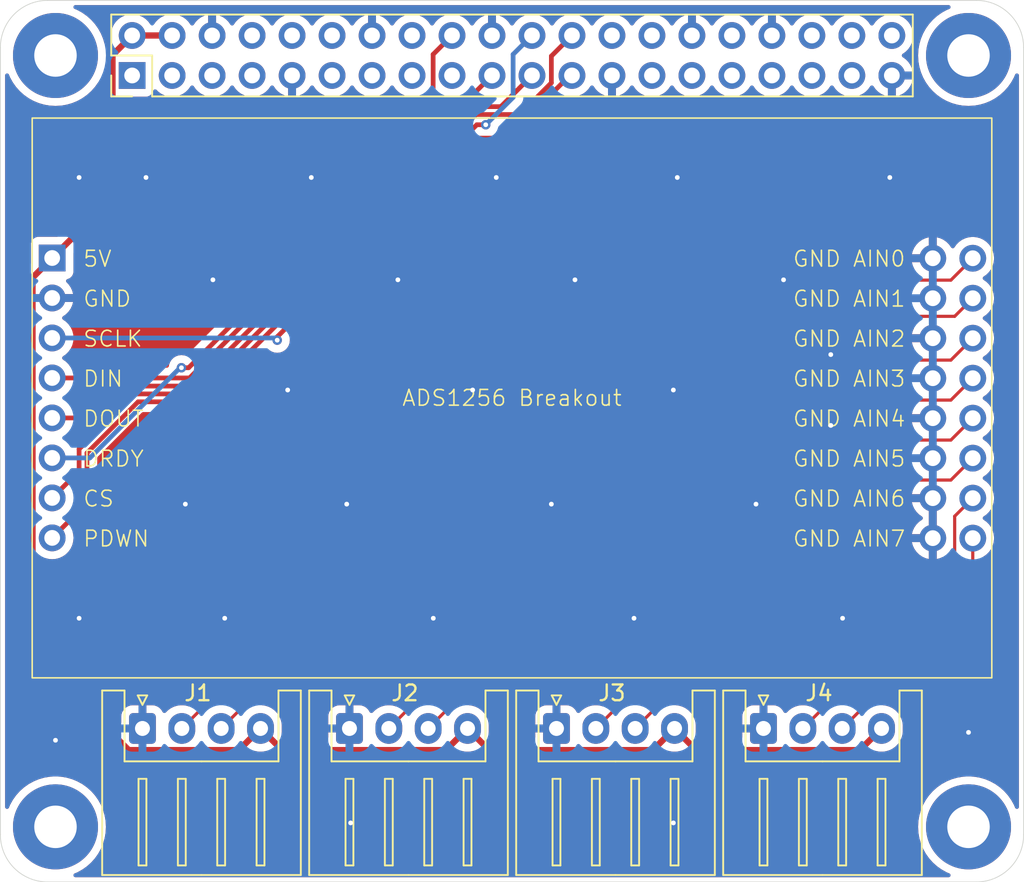
<source format=kicad_pcb>
(kicad_pcb (version 20240108) (generator "pcbnew") (generator_version "8.0")
  (layers (0 "F.Cu" signal) (31 "B.Cu" signal) (34 "B.Paste" user) (35 "F.Paste" user) (36 "B.SilkS" user "B.Silkscreen") (37 "F.SilkS" user "F.Silkscreen") (38 "B.Mask" user) (39 "F.Mask" user) (44 "Edge.Cuts" user))
  (net 0 "")
  (net 1 "/LC1_S+")
  (net 2 "/LC1_S-")
  (net 3 "/MOSI")
  (net 4 "/LC2_S+")
  (net 5 "GND")
  (net 6 "/LC2_S-")
  (net 7 "/LC3_S-")
  (net 8 "+5V")
  (net 9 "/MISO")
  (net 10 "/CS_1")
  (net 12 "/SCLK")
  (net 13 "/DRDY_1")
  (net 14 "/LC3_S+")
  (net 15 "/LC4_S+")
  (net 16 "/LC4_S-")
  (net 25 "/CS_2")
  (net 31 "/PDWN_1")
  (footprint "MountingHole:MountingHole_2.7mm_Pad" (layer "F.Cu") (at 121.5 73.5)
    (property "Reference" "REF**" (hide yes))
    (property "Value" "MountingHole_2.7mm_Pad" (hide yes))
    (pad "1" thru_hole circle (at 0 0) (size 5.4 5.4) (drill 2.7) (layers "*.Cu" "*.Mask"))
  )
  (footprint "Library:HiLetGo_ADS1256" (layer "F.Cu") (at 92.5 95.255)
    (property "Reference" "ADS1256 Breakout" (at 0 0 0) (layer "F.SilkS") (effects (font (thickness 0.1))))
    (property "Value" "~")
    (fp_rect (start -30.48 -17.78) (end 30.48 17.78) (stroke (width 0.1)) (fill none) (layer "F.SilkS"))
    (fp_text user "AIN7" (at 21.59 9.525 0) (layer "F.SilkS") (effects (font (thickness 0.1)) (justify left bottom)))
    (fp_text user "5V" (at -27.305 -8.255 0) (layer "F.SilkS") (effects (font (thickness 0.1)) (justify left bottom)))
    (fp_text user "GND" (at -27.305 -5.715 0) (layer "F.SilkS") (effects (font (thickness 0.1)) (justify left bottom)))
    (fp_text user "AIN2" (at 21.59 -3.175 0) (layer "F.SilkS") (effects (font (thickness 0.1)) (justify left bottom)))
    (fp_text user "GND" (at 17.78 9.525 0) (layer "F.SilkS") (effects (font (thickness 0.1)) (justify left bottom)))
    (fp_text user "DRDY" (at -27.305 4.445 0) (layer "F.SilkS") (effects (font (thickness 0.1)) (justify left bottom)))
    (fp_text user "GND" (at 17.78 -8.255 0) (layer "F.SilkS") (effects (font (thickness 0.1)) (justify left bottom)))
    (fp_text user "GND" (at 17.78 4.445 0) (layer "F.SilkS") (effects (font (thickness 0.1)) (justify left bottom)))
    (fp_text user "GND" (at 17.78 1.905 0) (layer "F.SilkS") (effects (font (thickness 0.1)) (justify left bottom)))
    (fp_text user "AIN3" (at 21.59 -0.635 0) (layer "F.SilkS") (effects (font (thickness 0.1)) (justify left bottom)))
    (fp_text user "AIN4" (at 21.59 1.905 0) (layer "F.SilkS") (effects (font (thickness 0.1)) (justify left bottom)))
    (fp_text user "AIN6" (at 21.59 6.985 0) (layer "F.SilkS") (effects (font (thickness 0.1)) (justify left bottom)))
    (fp_text user "SCLK" (at -27.305 -3.175 0) (layer "F.SilkS") (effects (font (thickness 0.1)) (justify left bottom)))
    (fp_text user "GND" (at 17.78 -5.715 0) (layer "F.SilkS") (effects (font (thickness 0.1)) (justify left bottom)))
    (fp_text user "GND" (at 17.78 -0.635 0) (layer "F.SilkS") (effects (font (thickness 0.1)) (justify left bottom)))
    (fp_text user "AIN5" (at 21.59 4.445 0) (layer "F.SilkS") (effects (font (thickness 0.1)) (justify left bottom)))
    (fp_text user "AIN0" (at 21.59 -8.255 0) (layer "F.SilkS") (effects (font (thickness 0.1)) (justify left bottom)))
    (fp_text user "AIN1" (at 21.59 -5.715 0) (layer "F.SilkS") (effects (font (thickness 0.1)) (justify left bottom)))
    (fp_text user "CS" (at -27.305 6.985 0) (layer "F.SilkS") (effects (font (thickness 0.1)) (justify left bottom)))
    (fp_text user "PDWN" (at -27.305 9.525 0) (layer "F.SilkS") (effects (font (thickness 0.1)) (justify left bottom)))
    (fp_text user "GND" (at 17.78 -3.175 0) (layer "F.SilkS") (effects (font (thickness 0.1)) (justify left bottom)))
    (fp_text user "DIN" (at -27.305 -0.635 0) (layer "F.SilkS") (effects (font (thickness 0.1)) (justify left bottom)))
    (fp_text user "GND" (at 17.78 6.985 0) (layer "F.SilkS") (effects (font (thickness 0.1)) (justify left bottom)))
    (fp_text user "DOUT" (at -27.305 1.905 0) (layer "F.SilkS") (effects (font (thickness 0.1)) (justify left bottom)))
    (pad "1" thru_hole rect (at -29.21 -8.89) (size 1.7 1.7) (drill 1) (layers "*.Cu" "*.Mask") (net 8 "+5V"))
    (pad "2" thru_hole oval (at -29.21 -6.35) (size 1.7 1.7) (drill 1) (layers "*.Cu" "*.Mask") (net 5 "GND"))
    (pad "3" thru_hole oval (at -29.21 -3.81) (size 1.7 1.7) (drill 1) (layers "*.Cu" "*.Mask") (net 12 "/SCLK"))
    (pad "4" thru_hole oval (at -29.21 -1.27) (size 1.7 1.7) (drill 1) (layers "*.Cu" "*.Mask") (net 3 "/MOSI"))
    (pad "5" thru_hole oval (at -29.21 1.27) (size 1.7 1.7) (drill 1) (layers "*.Cu" "*.Mask") (net 9 "/MISO"))
    (pad "6" thru_hole oval (at -29.21 3.81) (size 1.7 1.7) (drill 1) (layers "*.Cu" "*.Mask") (net 13 "/DRDY_1"))
    (pad "7" thru_hole oval (at -29.21 6.35) (size 1.7 1.7) (drill 1) (layers "*.Cu" "*.Mask") (net 10 "/CS_1"))
    (pad "8" thru_hole oval (at -29.21 8.89) (size 1.7 1.7) (drill 1) (layers "*.Cu" "*.Mask") (net 31 "/PDWN_1"))
    (pad "9" thru_hole oval (at 26.73 -8.875) (size 1.7 1.7) (drill 1) (layers "*.Cu" "*.Mask") (net 5 "GND"))
    (pad "10" thru_hole oval (at 29.27 -8.875) (size 1.7 1.7) (drill 1) (layers "*.Cu" "*.Mask") (net 2 "/LC1_S-"))
    (pad "11" thru_hole oval (at 26.73 -6.335) (size 1.7 1.7) (drill 1) (layers "*.Cu" "*.Mask") (net 5 "GND"))
    (pad "12" thru_hole oval (at 29.27 -6.335) (size 1.7 1.7) (drill 1) (layers "*.Cu" "*.Mask") (net 1 "/LC1_S+"))
    (pad "13" thru_hole oval (at 26.73 -3.795) (size 1.7 1.7) (drill 1) (layers "*.Cu" "*.Mask") (net 5 "GND"))
    (pad "14" thru_hole oval (at 29.27 -3.795) (size 1.7 1.7) (drill 1) (layers "*.Cu" "*.Mask") (net 6 "/LC2_S-"))
    (pad "15" thru_hole oval (at 26.73 -1.255) (size 1.7 1.7) (drill 1) (layers "*.Cu" "*.Mask") (net 5 "GND"))
    (pad "16" thru_hole oval (at 29.27 -1.255) (size 1.7 1.7) (drill 1) (layers "*.Cu" "*.Mask") (net 4 "/LC2_S+"))
    (pad "17" thru_hole oval (at 26.73 1.285) (size 1.7 1.7) (drill 1) (layers "*.Cu" "*.Mask") (net 5 "GND"))
    (pad "18" thru_hole oval (at 29.27 1.285) (size 1.7 1.7) (drill 1) (layers "*.Cu" "*.Mask") (net 7 "/LC3_S-"))
    (pad "19" thru_hole oval (at 26.73 3.825) (size 1.7 1.7) (drill 1) (layers "*.Cu" "*.Mask") (net 5 "GND"))
    (pad "20" thru_hole oval (at 29.27 3.825) (size 1.7 1.7) (drill 1) (layers "*.Cu" "*.Mask") (net 14 "/LC3_S+"))
    (pad "21" thru_hole oval (at 26.73 6.365) (size 1.7 1.7) (drill 1) (layers "*.Cu" "*.Mask") (net 5 "GND"))
    (pad "22" thru_hole oval (at 29.27 6.365) (size 1.7 1.7) (drill 1) (layers "*.Cu" "*.Mask") (net 16 "/LC4_S-"))
    (pad "23" thru_hole oval (at 26.73 8.905) (size 1.7 1.7) (drill 1) (layers "*.Cu" "*.Mask") (net 5 "GND"))
    (pad "24" thru_hole oval (at 29.27 8.905) (size 1.7 1.7) (drill 1) (layers "*.Cu" "*.Mask") (net 15 "/LC4_S+"))
  )
  (footprint "Library:JST_XH_S4B-XH-A_1x04_P2.50mm_Horizontal" (layer "F.Cu") (at 69.025 116.25)
    (property "Reference" "J1" (at 3.525 -2.25 0) (layer "F.SilkS"))
    (property "Value" "Conn_01x05_Pin" (hide yes))
    (fp_line (start -2.56 -2.41) (end -1.14 -2.41) (stroke (width 0.12)) (layer "F.SilkS"))
    (fp_line (start -2.56 9.31) (end -2.56 -2.41) (stroke (width 0.12)) (layer "F.SilkS"))
    (fp_line (start -1.14 -2.41) (end -1.14 2.09) (stroke (width 0.12)) (layer "F.SilkS"))
    (fp_line (start -1.14 2.09) (end 3.75 2.09) (stroke (width 0.12)) (layer "F.SilkS"))
    (fp_line (start -0.3 -2.1) (end 0.3 -2.1) (stroke (width 0.12)) (layer "F.SilkS"))
    (fp_line (start -0.25 3.2) (end -0.25 8.7) (stroke (width 0.12)) (layer "F.SilkS"))
    (fp_line (start -0.25 8.7) (end 0.25 8.7) (stroke (width 0.12)) (layer "F.SilkS"))
    (fp_line (start 0 -1.5) (end -0.3 -2.1) (stroke (width 0.12)) (layer "F.SilkS"))
    (fp_line (start 0.25 3.2) (end -0.25 3.2) (stroke (width 0.12)) (layer "F.SilkS"))
    (fp_line (start 0.25 8.7) (end 0.25 3.2) (stroke (width 0.12)) (layer "F.SilkS"))
    (fp_line (start 0.3 -2.1) (end 0 -1.5) (stroke (width 0.12)) (layer "F.SilkS"))
    (fp_line (start 2.25 3.2) (end 2.25 8.7) (stroke (width 0.12)) (layer "F.SilkS"))
    (fp_line (start 2.25 8.7) (end 2.75 8.7) (stroke (width 0.12)) (layer "F.SilkS"))
    (fp_line (start 2.75 3.2) (end 2.25 3.2) (stroke (width 0.12)) (layer "F.SilkS"))
    (fp_line (start 2.75 8.7) (end 2.75 3.2) (stroke (width 0.12)) (layer "F.SilkS"))
    (fp_line (start 3.75 9.31) (end -2.56 9.31) (stroke (width 0.12)) (layer "F.SilkS"))
    (fp_line (start 3.75 9.31) (end 10.06 9.31) (stroke (width 0.12)) (layer "F.SilkS"))
    (fp_line (start 4.75 3.2) (end 4.75 8.7) (stroke (width 0.12)) (layer "F.SilkS"))
    (fp_line (start 4.75 8.7) (end 5.25 8.7) (stroke (width 0.12)) (layer "F.SilkS"))
    (fp_line (start 5.25 3.2) (end 4.75 3.2) (stroke (width 0.12)) (layer "F.SilkS"))
    (fp_line (start 5.25 8.7) (end 5.25 3.2) (stroke (width 0.12)) (layer "F.SilkS"))
    (fp_line (start 7.25 3.2) (end 7.25 8.7) (stroke (width 0.12)) (layer "F.SilkS"))
    (fp_line (start 7.25 8.7) (end 7.75 8.7) (stroke (width 0.12)) (layer "F.SilkS"))
    (fp_line (start 7.75 3.2) (end 7.25 3.2) (stroke (width 0.12)) (layer "F.SilkS"))
    (fp_line (start 7.75 8.7) (end 7.75 3.2) (stroke (width 0.12)) (layer "F.SilkS"))
    (fp_line (start 8.64 -2.41) (end 8.64 2.09) (stroke (width 0.12)) (layer "F.SilkS"))
    (fp_line (start 8.64 2.09) (end 3.75 2.09) (stroke (width 0.12)) (layer "F.SilkS"))
    (fp_line (start 10.06 -2.41) (end 8.64 -2.41) (stroke (width 0.12)) (layer "F.SilkS"))
    (fp_line (start 10.06 9.31) (end 10.06 -2.41) (stroke (width 0.12)) (layer "F.SilkS"))
    (pad "1" thru_hole roundrect (at 0 0) (size 1.7 1.95) (drill 0.95) (layers "*.Cu" "*.Mask") (roundrect_rratio 0.147059) (net 5 "GND"))
    (pad "2" thru_hole oval (at 2.5 0) (size 1.7 1.95) (drill 0.95) (layers "*.Cu" "*.Mask") (net 2 "/LC1_S-"))
    (pad "3" thru_hole oval (at 5 0) (size 1.7 1.95) (drill 0.95) (layers "*.Cu" "*.Mask") (net 1 "/LC1_S+"))
    (pad "4" thru_hole oval (at 7.5 0) (size 1.7 1.95) (drill 0.95) (layers "*.Cu" "*.Mask") (net 8 "+5V"))
  )
  (footprint "MountingHole:MountingHole_2.7mm_Pad" (layer "F.Cu") (at 63.5 73.5)
    (property "Reference" "REF**" (hide yes))
    (property "Value" "MountingHole_2.7mm_Pad" (hide yes))
    (pad "1" thru_hole circle (at 0 0) (size 5.4 5.4) (drill 2.7) (layers "*.Cu" "*.Mask"))
  )
  (footprint "Library:JST_XH_S4B-XH-A_1x04_P2.50mm_Horizontal" (layer "F.Cu") (at 108.475 116.25)
    (property "Reference" "J4" (at 3.525 -2.25 0) (layer "F.SilkS"))
    (property "Value" "Conn_01x05_Pin" (hide yes))
    (fp_line (start -2.56 -2.41) (end -1.14 -2.41) (stroke (width 0.12)) (layer "F.SilkS"))
    (fp_line (start -2.56 9.31) (end -2.56 -2.41) (stroke (width 0.12)) (layer "F.SilkS"))
    (fp_line (start -1.14 -2.41) (end -1.14 2.09) (stroke (width 0.12)) (layer "F.SilkS"))
    (fp_line (start -1.14 2.09) (end 3.75 2.09) (stroke (width 0.12)) (layer "F.SilkS"))
    (fp_line (start -0.3 -2.1) (end 0.3 -2.1) (stroke (width 0.12)) (layer "F.SilkS"))
    (fp_line (start -0.25 3.2) (end -0.25 8.7) (stroke (width 0.12)) (layer "F.SilkS"))
    (fp_line (start -0.25 8.7) (end 0.25 8.7) (stroke (width 0.12)) (layer "F.SilkS"))
    (fp_line (start 0 -1.5) (end -0.3 -2.1) (stroke (width 0.12)) (layer "F.SilkS"))
    (fp_line (start 0.25 3.2) (end -0.25 3.2) (stroke (width 0.12)) (layer "F.SilkS"))
    (fp_line (start 0.25 8.7) (end 0.25 3.2) (stroke (width 0.12)) (layer "F.SilkS"))
    (fp_line (start 0.3 -2.1) (end 0 -1.5) (stroke (width 0.12)) (layer "F.SilkS"))
    (fp_line (start 2.25 3.2) (end 2.25 8.7) (stroke (width 0.12)) (layer "F.SilkS"))
    (fp_line (start 2.25 8.7) (end 2.75 8.7) (stroke (width 0.12)) (layer "F.SilkS"))
    (fp_line (start 2.75 3.2) (end 2.25 3.2) (stroke (width 0.12)) (layer "F.SilkS"))
    (fp_line (start 2.75 8.7) (end 2.75 3.2) (stroke (width 0.12)) (layer "F.SilkS"))
    (fp_line (start 3.75 9.31) (end -2.56 9.31) (stroke (width 0.12)) (layer "F.SilkS"))
    (fp_line (start 3.75 9.31) (end 10.06 9.31) (stroke (width 0.12)) (layer "F.SilkS"))
    (fp_line (start 4.75 3.2) (end 4.75 8.7) (stroke (width 0.12)) (layer "F.SilkS"))
    (fp_line (start 4.75 8.7) (end 5.25 8.7) (stroke (width 0.12)) (layer "F.SilkS"))
    (fp_line (start 5.25 3.2) (end 4.75 3.2) (stroke (width 0.12)) (layer "F.SilkS"))
    (fp_line (start 5.25 8.7) (end 5.25 3.2) (stroke (width 0.12)) (layer "F.SilkS"))
    (fp_line (start 7.25 3.2) (end 7.25 8.7) (stroke (width 0.12)) (layer "F.SilkS"))
    (fp_line (start 7.25 8.7) (end 7.75 8.7) (stroke (width 0.12)) (layer "F.SilkS"))
    (fp_line (start 7.75 3.2) (end 7.25 3.2) (stroke (width 0.12)) (layer "F.SilkS"))
    (fp_line (start 7.75 8.7) (end 7.75 3.2) (stroke (width 0.12)) (layer "F.SilkS"))
    (fp_line (start 8.64 -2.41) (end 8.64 2.09) (stroke (width 0.12)) (layer "F.SilkS"))
    (fp_line (start 8.64 2.09) (end 3.75 2.09) (stroke (width 0.12)) (layer "F.SilkS"))
    (fp_line (start 10.06 -2.41) (end 8.64 -2.41) (stroke (width 0.12)) (layer "F.SilkS"))
    (fp_line (start 10.06 9.31) (end 10.06 -2.41) (stroke (width 0.12)) (layer "F.SilkS"))
    (pad "1" thru_hole roundrect (at 0 0) (size 1.7 1.95) (drill 0.95) (layers "*.Cu" "*.Mask") (roundrect_rratio 0.147059) (net 5 "GND"))
    (pad "2" thru_hole oval (at 2.5 0) (size 1.7 1.95) (drill 0.95) (layers "*.Cu" "*.Mask") (net 16 "/LC4_S-"))
    (pad "3" thru_hole oval (at 5 0) (size 1.7 1.95) (drill 0.95) (layers "*.Cu" "*.Mask") (net 15 "/LC4_S+"))
    (pad "4" thru_hole oval (at 7.5 0) (size 1.7 1.95) (drill 0.95) (layers "*.Cu" "*.Mask") (net 8 "+5V"))
  )
  (footprint "MountingHole:MountingHole_2.7mm_Pad" (layer "F.Cu") (at 63.5 122.5)
    (property "Reference" "REF**" (hide yes))
    (property "Value" "MountingHole_2.7mm_Pad" (hide yes))
    (pad "1" thru_hole circle (at 0 0) (size 5.4 5.4) (drill 2.7) (layers "*.Cu" "*.Mask"))
  )
  (footprint "MountingHole:MountingHole_2.7mm_Pad" (layer "F.Cu") (at 121.5 122.5)
    (property "Reference" "REF**" (hide yes))
    (property "Value" "MountingHole_2.7mm_Pad" (hide yes))
    (pad "1" thru_hole circle (at 0 0) (size 5.4 5.4) (drill 2.7) (layers "*.Cu" "*.Mask"))
  )
  (footprint "Connector_PinSocket_2.54mm:PinSocket_2x20_P2.54mm_Vertical" (layer "F.Cu") (at 68.37 74.77 90)
    (property "Reference" "U2" (hide yes))
    (property "Value" "Raspberry_Pi_2_3" (hide yes))
    (fp_line (start 3.87 -1.33) (end 1.27 -1.33) (stroke (width 0.12)) (layer "F.SilkS"))
    (fp_line (start 3.87 -1.33) (end 3.87 49.59) (stroke (width 0.12)) (layer "F.SilkS"))
    (fp_line (start 1.27 -1.33) (end 1.27 1.27) (stroke (width 0.12)) (layer "F.SilkS"))
    (fp_line (start 0 -1.33) (end -1.33 -1.33) (stroke (width 0.12)) (layer "F.SilkS"))
    (fp_line (start -1.33 -1.33) (end -1.33 0) (stroke (width 0.12)) (layer "F.SilkS"))
    (fp_line (start 1.27 1.27) (end -1.33 1.27) (stroke (width 0.12)) (layer "F.SilkS"))
    (fp_line (start -1.33 1.27) (end -1.33 49.59) (stroke (width 0.12)) (layer "F.SilkS"))
    (fp_line (start 3.87 49.59) (end -1.33 49.59) (stroke (width 0.12)) (layer "F.SilkS"))
    (pad "1" thru_hole rect (at 0 0 90) (size 1.7 1.7) (drill 1) (layers "*.Cu" "*.Mask"))
    (pad "2" thru_hole oval (at 2.54 0 90) (size 1.7 1.7) (drill 1) (layers "*.Cu" "*.Mask") (net 8 "+5V"))
    (pad "3" thru_hole oval (at 0 2.54 90) (size 1.7 1.7) (drill 1) (layers "*.Cu" "*.Mask"))
    (pad "4" thru_hole oval (at 2.54 2.54 90) (size 1.7 1.7) (drill 1) (layers "*.Cu" "*.Mask") (net 8 "+5V"))
    (pad "5" thru_hole oval (at 0 5.08 90) (size 1.7 1.7) (drill 1) (layers "*.Cu" "*.Mask"))
    (pad "6" thru_hole oval (at 2.54 5.08 90) (size 1.7 1.7) (drill 1) (layers "*.Cu" "*.Mask") (net 5 "GND"))
    (pad "7" thru_hole oval (at 0 7.62 90) (size 1.7 1.7) (drill 1) (layers "*.Cu" "*.Mask"))
    (pad "8" thru_hole oval (at 2.54 7.62 90) (size 1.7 1.7) (drill 1) (layers "*.Cu" "*.Mask"))
    (pad "9" thru_hole oval (at 0 10.16 90) (size 1.7 1.7) (drill 1) (layers "*.Cu" "*.Mask") (net 5 "GND"))
    (pad "10" thru_hole oval (at 2.54 10.16 90) (size 1.7 1.7) (drill 1) (layers "*.Cu" "*.Mask"))
    (pad "11" thru_hole oval (at 0 12.7 90) (size 1.7 1.7) (drill 1) (layers "*.Cu" "*.Mask"))
    (pad "12" thru_hole oval (at 2.54 12.7 90) (size 1.7 1.7) (drill 1) (layers "*.Cu" "*.Mask"))
    (pad "13" thru_hole oval (at 0 15.24 90) (size 1.7 1.7) (drill 1) (layers "*.Cu" "*.Mask"))
    (pad "14" thru_hole oval (at 2.54 15.24 90) (size 1.7 1.7) (drill 1) (layers "*.Cu" "*.Mask") (net 5 "GND"))
    (pad "15" thru_hole oval (at 0 17.78 90) (size 1.7 1.7) (drill 1) (layers "*.Cu" "*.Mask"))
    (pad "16" thru_hole oval (at 2.54 17.78 90) (size 1.7 1.7) (drill 1) (layers "*.Cu" "*.Mask"))
    (pad "17" thru_hole oval (at 0 20.32 90) (size 1.7 1.7) (drill 1) (layers "*.Cu" "*.Mask"))
    (pad "18" thru_hole oval (at 2.54 20.32 90) (size 1.7 1.7) (drill 1) (layers "*.Cu" "*.Mask") (net 13 "/DRDY_1"))
    (pad "19" thru_hole oval (at 0 22.86 90) (size 1.7 1.7) (drill 1) (layers "*.Cu" "*.Mask") (net 3 "/MOSI"))
    (pad "20" thru_hole oval (at 2.54 22.86 90) (size 1.7 1.7) (drill 1) (layers "*.Cu" "*.Mask") (net 5 "GND"))
    (pad "21" thru_hole oval (at 0 25.4 90) (size 1.7 1.7) (drill 1) (layers "*.Cu" "*.Mask") (net 9 "/MISO"))
    (pad "22" thru_hole oval (at 2.54 25.4 90) (size 1.7 1.7) (drill 1) (layers "*.Cu" "*.Mask") (net 31 "/PDWN_1"))
    (pad "23" thru_hole oval (at 0 27.94 90) (size 1.7 1.7) (drill 1) (layers "*.Cu" "*.Mask") (net 12 "/SCLK"))
    (pad "24" thru_hole oval (at 2.54 27.94 90) (size 1.7 1.7) (drill 1) (layers "*.Cu" "*.Mask") (net 10 "/CS_1"))
    (pad "25" thru_hole oval (at 0 30.48 90) (size 1.7 1.7) (drill 1) (layers "*.Cu" "*.Mask") (net 5 "GND"))
    (pad "26" thru_hole oval (at 2.54 30.48 90) (size 1.7 1.7) (drill 1) (layers "*.Cu" "*.Mask") (net 25 "/CS_2"))
    (pad "27" thru_hole oval (at 0 33.02 90) (size 1.7 1.7) (drill 1) (layers "*.Cu" "*.Mask"))
    (pad "28" thru_hole oval (at 2.54 33.02 90) (size 1.7 1.7) (drill 1) (layers "*.Cu" "*.Mask"))
    (pad "29" thru_hole oval (at 0 35.56 90) (size 1.7 1.7) (drill 1) (layers "*.Cu" "*.Mask"))
    (pad "30" thru_hole oval (at 2.54 35.56 90) (size 1.7 1.7) (drill 1) (layers "*.Cu" "*.Mask") (net 5 "GND"))
    (pad "31" thru_hole oval (at 0 38.1 90) (size 1.7 1.7) (drill 1) (layers "*.Cu" "*.Mask"))
    (pad "32" thru_hole oval (at 2.54 38.1 90) (size 1.7 1.7) (drill 1) (layers "*.Cu" "*.Mask"))
    (pad "33" thru_hole oval (at 0 40.64 90) (size 1.7 1.7) (drill 1) (layers "*.Cu" "*.Mask"))
    (pad "34" thru_hole oval (at 2.54 40.64 90) (size 1.7 1.7) (drill 1) (layers "*.Cu" "*.Mask") (net 5 "GND"))
    (pad "35" thru_hole oval (at 0 43.18 90) (size 1.7 1.7) (drill 1) (layers "*.Cu" "*.Mask"))
    (pad "36" thru_hole oval (at 2.54 43.18 90) (size 1.7 1.7) (drill 1) (layers "*.Cu" "*.Mask"))
    (pad "37" thru_hole oval (at 0 45.72 90) (size 1.7 1.7) (drill 1) (layers "*.Cu" "*.Mask"))
    (pad "38" thru_hole oval (at 2.54 45.72 90) (size 1.7 1.7) (drill 1) (layers "*.Cu" "*.Mask"))
    (pad "39" thru_hole oval (at 0 48.26 90) (size 1.7 1.7) (drill 1) (layers "*.Cu" "*.Mask") (net 5 "GND"))
    (pad "40" thru_hole oval (at 2.54 48.26 90) (size 1.7 1.7) (drill 1) (layers "*.Cu" "*.Mask"))
  )
  (footprint "Library:JST_XH_S4B-XH-A_1x04_P2.50mm_Horizontal" (layer "F.Cu") (at 82.175 116.25)
    (property "Reference" "J2" (at 3.525 -2.25 0) (layer "F.SilkS"))
    (property "Value" "Conn_01x05_Pin" (hide yes))
    (fp_line (start -2.56 -2.41) (end -1.14 -2.41) (stroke (width 0.12)) (layer "F.SilkS"))
    (fp_line (start -2.56 9.31) (end -2.56 -2.41) (stroke (width 0.12)) (layer "F.SilkS"))
    (fp_line (start -1.14 -2.41) (end -1.14 2.09) (stroke (width 0.12)) (layer "F.SilkS"))
    (fp_line (start -1.14 2.09) (end 3.75 2.09) (stroke (width 0.12)) (layer "F.SilkS"))
    (fp_line (start -0.3 -2.1) (end 0.3 -2.1) (stroke (width 0.12)) (layer "F.SilkS"))
    (fp_line (start -0.25 3.2) (end -0.25 8.7) (stroke (width 0.12)) (layer "F.SilkS"))
    (fp_line (start -0.25 8.7) (end 0.25 8.7) (stroke (width 0.12)) (layer "F.SilkS"))
    (fp_line (start 0 -1.5) (end -0.3 -2.1) (stroke (width 0.12)) (layer "F.SilkS"))
    (fp_line (start 0.25 3.2) (end -0.25 3.2) (stroke (width 0.12)) (layer "F.SilkS"))
    (fp_line (start 0.25 8.7) (end 0.25 3.2) (stroke (width 0.12)) (layer "F.SilkS"))
    (fp_line (start 0.3 -2.1) (end 0 -1.5) (stroke (width 0.12)) (layer "F.SilkS"))
    (fp_line (start 2.25 3.2) (end 2.25 8.7) (stroke (width 0.12)) (layer "F.SilkS"))
    (fp_line (start 2.25 8.7) (end 2.75 8.7) (stroke (width 0.12)) (layer "F.SilkS"))
    (fp_line (start 2.75 3.2) (end 2.25 3.2) (stroke (width 0.12)) (layer "F.SilkS"))
    (fp_line (start 2.75 8.7) (end 2.75 3.2) (stroke (width 0.12)) (layer "F.SilkS"))
    (fp_line (start 3.75 9.31) (end -2.56 9.31) (stroke (width 0.12)) (layer "F.SilkS"))
    (fp_line (start 3.75 9.31) (end 10.06 9.31) (stroke (width 0.12)) (layer "F.SilkS"))
    (fp_line (start 4.75 3.2) (end 4.75 8.7) (stroke (width 0.12)) (layer "F.SilkS"))
    (fp_line (start 4.75 8.7) (end 5.25 8.7) (stroke (width 0.12)) (layer "F.SilkS"))
    (fp_line (start 5.25 3.2) (end 4.75 3.2) (stroke (width 0.12)) (layer "F.SilkS"))
    (fp_line (start 5.25 8.7) (end 5.25 3.2) (stroke (width 0.12)) (layer "F.SilkS"))
    (fp_line (start 7.25 3.2) (end 7.25 8.7) (stroke (width 0.12)) (layer "F.SilkS"))
    (fp_line (start 7.25 8.7) (end 7.75 8.7) (stroke (width 0.12)) (layer "F.SilkS"))
    (fp_line (start 7.75 3.2) (end 7.25 3.2) (stroke (width 0.12)) (layer "F.SilkS"))
    (fp_line (start 7.75 8.7) (end 7.75 3.2) (stroke (width 0.12)) (layer "F.SilkS"))
    (fp_line (start 8.64 -2.41) (end 8.64 2.09) (stroke (width 0.12)) (layer "F.SilkS"))
    (fp_line (start 8.64 2.09) (end 3.75 2.09) (stroke (width 0.12)) (layer "F.SilkS"))
    (fp_line (start 10.06 -2.41) (end 8.64 -2.41) (stroke (width 0.12)) (layer "F.SilkS"))
    (fp_line (start 10.06 9.31) (end 10.06 -2.41) (stroke (width 0.12)) (layer "F.SilkS"))
    (pad "1" thru_hole roundrect (at 0 0) (size 1.7 1.95) (drill 0.95) (layers "*.Cu" "*.Mask") (roundrect_rratio 0.147059) (net 5 "GND"))
    (pad "2" thru_hole oval (at 2.5 0) (size 1.7 1.95) (drill 0.95) (layers "*.Cu" "*.Mask") (net 6 "/LC2_S-"))
    (pad "3" thru_hole oval (at 5 0) (size 1.7 1.95) (drill 0.95) (layers "*.Cu" "*.Mask") (net 4 "/LC2_S+"))
    (pad "4" thru_hole oval (at 7.5 0) (size 1.7 1.95) (drill 0.95) (layers "*.Cu" "*.Mask") (net 8 "+5V"))
  )
  (footprint "Library:JST_XH_S4B-XH-A_1x04_P2.50mm_Horizontal" (layer "F.Cu") (at 95.325 116.25)
    (property "Reference" "J3" (at 3.525 -2.25 0) (layer "F.SilkS"))
    (property "Value" "Conn_01x05_Pin" (hide yes))
    (fp_line (start -2.56 -2.41) (end -1.14 -2.41) (stroke (width 0.12)) (layer "F.SilkS"))
    (fp_line (start -2.56 9.31) (end -2.56 -2.41) (stroke (width 0.12)) (layer "F.SilkS"))
    (fp_line (start -1.14 -2.41) (end -1.14 2.09) (stroke (width 0.12)) (layer "F.SilkS"))
    (fp_line (start -1.14 2.09) (end 3.75 2.09) (stroke (width 0.12)) (layer "F.SilkS"))
    (fp_line (start -0.3 -2.1) (end 0.3 -2.1) (stroke (width 0.12)) (layer "F.SilkS"))
    (fp_line (start -0.25 3.2) (end -0.25 8.7) (stroke (width 0.12)) (layer "F.SilkS"))
    (fp_line (start -0.25 8.7) (end 0.25 8.7) (stroke (width 0.12)) (layer "F.SilkS"))
    (fp_line (start 0 -1.5) (end -0.3 -2.1) (stroke (width 0.12)) (layer "F.SilkS"))
    (fp_line (start 0.25 3.2) (end -0.25 3.2) (stroke (width 0.12)) (layer "F.SilkS"))
    (fp_line (start 0.25 8.7) (end 0.25 3.2) (stroke (width 0.12)) (layer "F.SilkS"))
    (fp_line (start 0.3 -2.1) (end 0 -1.5) (stroke (width 0.12)) (layer "F.SilkS"))
    (fp_line (start 2.25 3.2) (end 2.25 8.7) (stroke (width 0.12)) (layer "F.SilkS"))
    (fp_line (start 2.25 8.7) (end 2.75 8.7) (stroke (width 0.12)) (layer "F.SilkS"))
    (fp_line (start 2.75 3.2) (end 2.25 3.2) (stroke (width 0.12)) (layer "F.SilkS"))
    (fp_line (start 2.75 8.7) (end 2.75 3.2) (stroke (width 0.12)) (layer "F.SilkS"))
    (fp_line (start 3.75 9.31) (end -2.56 9.31) (stroke (width 0.12)) (layer "F.SilkS"))
    (fp_line (start 3.75 9.31) (end 10.06 9.31) (stroke (width 0.12)) (layer "F.SilkS"))
    (fp_line (start 4.75 3.2) (end 4.75 8.7) (stroke (width 0.12)) (layer "F.SilkS"))
    (fp_line (start 4.75 8.7) (end 5.25 8.7) (stroke (width 0.12)) (layer "F.SilkS"))
    (fp_line (start 5.25 3.2) (end 4.75 3.2) (stroke (width 0.12)) (layer "F.SilkS"))
    (fp_line (start 5.25 8.7) (end 5.25 3.2) (stroke (width 0.12)) (layer "F.SilkS"))
    (fp_line (start 7.25 3.2) (end 7.25 8.7) (stroke (width 0.12)) (layer "F.SilkS"))
    (fp_line (start 7.25 8.7) (end 7.75 8.7) (stroke (width 0.12)) (layer "F.SilkS"))
    (fp_line (start 7.75 3.2) (end 7.25 3.2) (stroke (width 0.12)) (layer "F.SilkS"))
    (fp_line (start 7.75 8.7) (end 7.75 3.2) (stroke (width 0.12)) (layer "F.SilkS"))
    (fp_line (start 8.64 -2.41) (end 8.64 2.09) (stroke (width 0.12)) (layer "F.SilkS"))
    (fp_line (start 8.64 2.09) (end 3.75 2.09) (stroke (width 0.12)) (layer "F.SilkS"))
    (fp_line (start 10.06 -2.41) (end 8.64 -2.41) (stroke (width 0.12)) (layer "F.SilkS"))
    (fp_line (start 10.06 9.31) (end 10.06 -2.41) (stroke (width 0.12)) (layer "F.SilkS"))
    (pad "1" thru_hole roundrect (at 0 0) (size 1.7 1.95) (drill 0.95) (layers "*.Cu" "*.Mask") (roundrect_rratio 0.147059) (net 5 "GND"))
    (pad "2" thru_hole oval (at 2.5 0) (size 1.7 1.95) (drill 0.95) (layers "*.Cu" "*.Mask") (net 7 "/LC3_S-"))
    (pad "3" thru_hole oval (at 5 0) (size 1.7 1.95) (drill 0.95) (layers "*.Cu" "*.Mask") (net 14 "/LC3_S+"))
    (pad "4" thru_hole oval (at 7.5 0) (size 1.7 1.95) (drill 0.95) (layers "*.Cu" "*.Mask") (net 8 "+5V"))
  )
  (gr_arc (start 60 73) (mid 60.87868 70.87868) (end 63 70) (stroke (width 0.05)) (layer "Edge.Cuts"))
  (gr_line (start 60 123) (end 60 73) (stroke (width 0.05)) (layer "Edge.Cuts"))
  (gr_line (start 122 126) (end 63 126) (stroke (width 0.05)) (layer "Edge.Cuts"))
  (gr_arc (start 122 70) (mid 124.12132 70.87868) (end 125 73) (stroke (width 0.05)) (layer "Edge.Cuts"))
  (gr_arc (start 63 126) (mid 60.87868 125.12132) (end 60 123) (stroke (width 0.05)) (layer "Edge.Cuts"))
  (gr_arc (start 125 123) (mid 124.12132 125.12132) (end 122 126) (stroke (width 0.05)) (layer "Edge.Cuts"))
  (gr_line (start 63 70) (end 122 70) (stroke (width 0.05)) (layer "Edge.Cuts"))
  (gr_line (start 125 73) (end 125 123) (stroke (width 0.05)) (layer "Edge.Cuts"))
  (segment (start 120.62 90.07) (end 100.205 90.07) (width 0.2) (layer "F.Cu") (net 1))
  (segment (start 121.77 88.92) (end 120.62 90.07) (width 0.2) (layer "F.Cu") (net 1))
  (segment (start 100.205 90.07) (end 74.025 116.25) (width 0.2) (layer "F.Cu") (net 1))
  (segment (start 100.039314 89.67) (end 99.854657 89.854657) (width 0.2) (layer "F.Cu") (net 2))
  (segment (start 121.77 86.38) (end 120.38 87.77) (width 0.2) (layer "F.Cu") (net 2))
  (segment (start 99.854657 89.854657) (end 75.104658 114.604657) (width 0.2) (layer "F.Cu") (net 2))
  (segment (start 116.33 89.67) (end 100.039314 89.67) (width 0.2) (layer "F.Cu") (net 2))
  (segment (start 73.170343 114.604657) (end 71.525 116.25) (width 0.2) (layer "F.Cu") (net 2))
  (segment (start 75.104658 114.604657) (end 73.170343 114.604657) (width 0.2) (layer "F.Cu") (net 2))
  (segment (start 118.23 87.77) (end 116.33 89.67) (width 0.2) (layer "F.Cu") (net 2))
  (segment (start 120.38 87.77) (end 118.23 87.77) (width 0.2) (layer "F.Cu") (net 2))
  (segment (start 63.29 93.985) (end 63.305 94) (width 0.3) (layer "F.Cu") (net 3))
  (segment (start 72.015 93.985) (end 91.23 74.77) (width 0.3) (layer "F.Cu") (net 3))
  (segment (start 63.29 93.985) (end 72.015 93.985) (width 0.3) (layer "F.Cu") (net 3))
  (segment (start 108.035 95.39) (end 87.175 116.25) (width 0.2) (layer "F.Cu") (net 4))
  (segment (start 121.77 94) (end 120.38 95.39) (width 0.2) (layer "F.Cu") (net 4))
  (segment (start 120.38 95.39) (end 108.035 95.39) (width 0.2) (layer "F.Cu") (net 4))
  (via (at 82 102) (size 0.6) (drill 0.3) (layers "F.Cu" "B.Cu") (net 5))
  (via (at 74.25 109.25) (size 0.6) (drill 0.3) (layers "F.Cu" "B.Cu") (net 5))
  (via (at 87.5 109.25) (size 0.6) (drill 0.3) (layers "F.Cu" "B.Cu") (net 5))
  (via (at 112.75 97) (size 0.6) (drill 0.3) (layers "F.Cu" "B.Cu") (net 5))
  (via (at 85.25 87.75) (size 0.6) (drill 0.3) (layers "F.Cu" "B.Cu") (net 5))
  (via (at 65 109.25) (size 0.6) (drill 0.3) (layers "F.Cu" "B.Cu") (net 5))
  (via (at 91.5 81.25) (size 0.6) (drill 0.3) (layers "F.Cu" "B.Cu") (net 5))
  (via (at 96.5 87.75) (size 0.6) (drill 0.3) (layers "F.Cu" "B.Cu") (net 5))
  (via (at 103 81.25) (size 0.6) (drill 0.3) (layers "F.Cu" "B.Cu") (net 5))
  (via (at 108 102) (size 0.6) (drill 0.3) (layers "F.Cu" "B.Cu") (net 5))
  (via (at 102.75 94.75) (size 0.6) (drill 0.3) (layers "F.Cu" "B.Cu") (net 5))
  (via (at 112.75 92.5) (size 0.6) (drill 0.3) (layers "F.Cu" "B.Cu") (net 5))
  (via (at 90 94.75) (size 0.6) (drill 0.3) (layers "F.Cu" "B.Cu") (net 5))
  (via (at 95 102) (size 0.6) (drill 0.3) (layers "F.Cu" "B.Cu") (net 5))
  (via (at 109.75 87.75) (size 0.6) (drill 0.3) (layers "F.Cu" "B.Cu") (net 5))
  (via (at 79.75 81.25) (size 0.6) (drill 0.3) (layers "F.Cu" "B.Cu") (net 5))
  (via (at 71.75 102) (size 0.6) (drill 0.3) (layers "F.Cu" "B.Cu") (net 5))
  (via (at 121.5 116.5) (size 0.6) (drill 0.3) (layers "F.Cu" "B.Cu") (net 5))
  (via (at 73.5 87.75) (size 0.6) (drill 0.3) (layers "F.Cu" "B.Cu") (net 5))
  (via (at 82.25 122.25) (size 0.6) (drill 0.3) (layers "F.Cu" "B.Cu") (net 5))
  (via (at 65 81.25) (size 0.6) (drill 0.3) (layers "F.Cu" "B.Cu") (net 5))
  (via (at 100.25 109.25) (size 0.6) (drill 0.3) (layers "F.Cu" "B.Cu") (net 5))
  (via (at 102.75 122.25) (size 0.6) (drill 0.3) (layers "F.Cu" "B.Cu") (net 5))
  (via (at 116.5 81.25) (size 0.6) (drill 0.3) (layers "F.Cu" "B.Cu") (net 5))
  (via (at 69.25 81.25) (size 0.6) (drill 0.3) (layers "F.Cu" "B.Cu") (net 5))
  (via (at 113.5 109.25) (size 0.6) (drill 0.3) (layers "F.Cu" "B.Cu") (net 5))
  (via (at 78.25 94.75) (size 0.6) (drill 0.3) (layers "F.Cu" "B.Cu") (net 5))
  (via (at 63.5 117) (size 0.6) (drill 0.3) (layers "F.Cu" "B.Cu") (net 5))
  (segment (start 86.425 114.5) (end 84.675 116.25) (width 0.2) (layer "F.Cu") (net 6))
  (segment (start 120.38 92.85) (end 118.15 92.85) (width 0.2) (layer "F.Cu") (net 6))
  (segment (start 116.01 94.99) (end 107.869314 94.99) (width 0.2) (layer "F.Cu") (net 6))
  (segment (start 121.77 91.46) (end 120.38 92.85) (width 0.2) (layer "F.Cu") (net 6))
  (segment (start 118.15 92.85) (end 116.01 94.99) (width 0.2) (layer "F.Cu") (net 6))
  (segment (start 88.359314 114.5) (end 86.425 114.5) (width 0.2) (layer "F.Cu") (net 6))
  (segment (start 107.869314 94.99) (end 88.359314 114.5) (width 0.2) (layer "F.Cu") (net 6))
  (segment (start 120.38 97.93) (end 118.079315 97.93) (width 0.2) (layer "F.Cu") (net 7))
  (segment (start 121.77 96.54) (end 120.38 97.93) (width 0.2) (layer "F.Cu") (net 7))
  (segment (start 101.504658 114.504657) (end 99.570343 114.504657) (width 0.2) (layer "F.Cu") (net 7))
  (segment (start 118.079315 97.93) (end 101.504658 114.504657) (width 0.2) (layer "F.Cu") (net 7))
  (segment (start 99.570343 114.504657) (end 97.825 116.25) (width 0.2) (layer "F.Cu") (net 7))
  (segment (start 68.148834 117.625) (end 75.15 117.625) (width 0.4) (layer "F.Cu") (net 8))
  (segment (start 63.29 86.365) (end 62.04 87.615) (width 0.4) (layer "F.Cu") (net 8))
  (segment (start 102.825 116.25) (end 104.2 117.625) (width 0.4) (layer "F.Cu") (net 8))
  (segment (start 75.15 117.625) (end 76.525 116.25) (width 0.4) (layer "F.Cu") (net 8))
  (segment (start 88.3 117.625) (end 89.675 116.25) (width 0.4) (layer "F.Cu") (net 8))
  (segment (start 63.29 86.365) (end 67.12 82.535) (width 0.4) (layer "F.Cu") (net 8))
  (segment (start 114.6 117.625) (end 115.975 116.25) (width 0.4) (layer "F.Cu") (net 8))
  (segment (start 89.675 116.25) (end 91.05 117.625) (width 0.4) (layer "F.Cu") (net 8))
  (segment (start 101.45 117.625) (end 102.825 116.25) (width 0.4) (layer "F.Cu") (net 8))
  (segment (start 62.04 87.615) (end 62.04 111.516166) (width 0.4) (layer "F.Cu") (net 8))
  (segment (start 76.525 116.25) (end 77.9 117.625) (width 0.4) (layer "F.Cu") (net 8))
  (segment (start 62.04 111.516166) (end 68.148834 117.625) (width 0.4) (layer "F.Cu") (net 8))
  (segment (start 77.9 117.625) (end 88.3 117.625) (width 0.4) (layer "F.Cu") (net 8))
  (segment (start 104.2 117.625) (end 114.6 117.625) (width 0.4) (layer "F.Cu") (net 8))
  (segment (start 68.37 72.23) (end 70.91 72.23) (width 0.4) (layer "F.Cu") (net 8))
  (segment (start 67.12 82.535) (end 67.12 73.48) (width 0.4) (layer "F.Cu") (net 8))
  (segment (start 67.12 73.48) (end 68.37 72.23) (width 0.4) (layer "F.Cu") (net 8))
  (segment (start 91.05 117.625) (end 101.45 117.625) (width 0.4) (layer "F.Cu") (net 8))
  (segment (start 66.267894 96.525) (end 68 94.792894) (width 0.3) (layer "F.Cu") (net 9))
  (segment (start 63.29 96.525) (end 66.267894 96.525) (width 0.3) (layer "F.Cu") (net 9))
  (segment (start 68 94.792894) (end 68 94.792893) (width 0.3) (layer "F.Cu") (net 9))
  (segment (start 93.77 75.23) (end 93.77 74.77) (width 0.3) (layer "F.Cu") (net 9))
  (segment (start 90 76.75) (end 91.79 76.75) (width 0.3) (layer "F.Cu") (net 9))
  (segment (start 68 94.792893) (end 68.292893 94.5) (width 0.3) (layer "F.Cu") (net 9))
  (segment (start 91.79 76.75) (end 93.77 74.77) (width 0.3) (layer "F.Cu") (net 9))
  (segment (start 68.292893 94.5) (end 72.25 94.5) (width 0.3) (layer "F.Cu") (net 9))
  (segment (start 72.25 94.5) (end 90 76.75) (width 0.3) (layer "F.Cu") (net 9))
  (segment (start 95 73.54) (end 96.31 72.23) (width 0.3) (layer "F.Cu") (net 10))
  (segment (start 95 75.237057) (end 95 73.54) (width 0.3) (layer "F.Cu") (net 10))
  (segment (start 68.5 95) (end 72.457106 95) (width 0.3) (layer "F.Cu") (net 10))
  (segment (start 90.207106 77.25) (end 92.987057 77.25) (width 0.3) (layer "F.Cu") (net 10))
  (segment (start 92.987057 77.25) (end 95 75.237057) (width 0.3) (layer "F.Cu") (net 10))
  (segment (start 72.457106 95) (end 90.207106 77.25) (width 0.3) (layer "F.Cu") (net 10))
  (segment (start 65 98.5) (end 68.5 95) (width 0.3) (layer "F.Cu") (net 10))
  (segment (start 65 99.895) (end 65 98.5) (width 0.3) (layer "F.Cu") (net 10))
  (segment (start 63.29 101.605) (end 65 99.895) (width 0.3) (layer "F.Cu") (net 10))
  (segment (start 77.58462 91.58462) (end 77.58462 91.372486) (width 0.3) (layer "F.Cu") (net 12))
  (segment (start 96.174163 74.77) (end 96.31 74.77) (width 0.3) (layer "F.Cu") (net 12))
  (segment (start 90.207106 78.75) (end 92.194163 78.75) (width 0.3) (layer "F.Cu") (net 12))
  (segment (start 77.58462 91.372486) (end 90.207106 78.75) (width 0.3) (layer "F.Cu") (net 12))
  (segment (start 92.194163 78.75) (end 96.174163 74.77) (width 0.3) (layer "F.Cu") (net 12))
  (via (at 77.58462 91.58462) (size 0.6) (drill 0.3) (layers "F.Cu" "B.Cu") (net 12))
  (segment (start 63.29 91.445) (end 77.445 91.445) (width 0.3) (layer "B.Cu") (net 12))
  (segment (start 77.445 91.445) (end 77.58462 91.58462) (width 0.3) (layer "B.Cu") (net 12))
  (segment (start 87.49 73.43) (end 88.69 72.23) (width 0.3) (layer "F.Cu") (net 13))
  (segment (start 71.957894 93.335) (end 87.49 77.802894) (width 0.3) (layer "F.Cu") (net 13))
  (segment (start 71.5 93.335) (end 71.957894 93.335) (width 0.3) (layer "F.Cu") (net 13))
  (segment (start 87.49 77.802894) (end 87.49 73.43) (width 0.3) (layer "F.Cu") (net 13))
  (via (at 71.5 93.335) (size 0.6) (drill 0.3) (layers "F.Cu" "B.Cu") (net 13))
  (segment (start 71.5 93.335) (end 71.415 93.335) (width 0.3) (layer "B.Cu") (net 13))
  (segment (start 65.685 99.065) (end 63.29 99.065) (width 0.3) (layer "B.Cu") (net 13))
  (segment (start 71.415 93.335) (end 65.685 99.065) (width 0.3) (layer "B.Cu") (net 13))
  (segment (start 121.77 99.08) (end 120.38 100.47) (width 0.2) (layer "F.Cu") (net 14))
  (segment (start 120.38 100.47) (end 116.105 100.47) (width 0.2) (layer "F.Cu") (net 14))
  (segment (start 116.105 100.47) (end 100.325 116.25) (width 0.2) (layer "F.Cu") (net 14))
  (segment (start 121.77 104.16) (end 121.77 107.955) (width 0.2) (layer "F.Cu") (net 15))
  (segment (start 121.77 107.955) (end 113.475 116.25) (width 0.2) (layer "F.Cu") (net 15))
  (segment (start 114.659314 114.5) (end 112.725 114.5) (width 0.2) (layer "F.Cu") (net 16))
  (segment (start 120.62 102.77) (end 120.62 108.539314) (width 0.2) (layer "F.Cu") (net 16))
  (segment (start 112.725 114.5) (end 110.975 116.25) (width 0.2) (layer "F.Cu") (net 16))
  (segment (start 121.77 101.62) (end 120.62 102.77) (width 0.2) (layer "F.Cu") (net 16))
  (segment (start 120.62 108.539314) (end 114.659314 114.5) (width 0.2) (layer "F.Cu") (net 16))
  (segment (start 90.264212 77.9) (end 72.664212 95.5) (width 0.3) (layer "F.Cu") (net 31))
  (segment (start 90.831379 77.9) (end 90.264212 77.9) (width 0.3) (layer "F.Cu") (net 31))
  (segment (start 72.664212 95.5) (end 68.75 95.5) (width 0.3) (layer "F.Cu") (net 31))
  (segment (start 68.75 95.5) (end 65.5 98.75) (width 0.3) (layer "F.Cu") (net 31))
  (segment (start 65.5 98.75) (end 65.5 101.935) (width 0.3) (layer "F.Cu") (net 31))
  (segment (start 65.5 101.935) (end 63.29 104.145) (width 0.3) (layer "F.Cu") (net 31))
  (via (at 90.831379 77.9) (size 0.6) (drill 0.3) (layers "F.Cu" "B.Cu") (net 31))
  (segment (start 92.57 76.161379) (end 92.57 73.43) (width 0.3) (layer "B.Cu") (net 31))
  (segment (start 92.57 73.43) (end 93.77 72.23) (width 0.3) (layer "B.Cu") (net 31))
  (segment (start 90.831379 77.9) (end 92.57 76.161379) (width 0.3) (layer "B.Cu") (net 31))
  (zone (net 5) (net_name "GND") (layer "F.Cu") (priority 1) (connect_pads (clearance 0.5)) (min_thickness 0.25) (fill yes (thermal_gap 0.5) (thermal_bridge_width 0.5))
    (polygon (pts (xy 60 70) (xy 60 126) (xy 125 126) (xy 125 70)))
  )
  (zone (net 5) (net_name "GND") (layer "B.Cu") (connect_pads (clearance 0.5)) (min_thickness 0.25) (fill yes (thermal_gap 0.5) (thermal_bridge_width 0.5))
    (polygon (pts (xy 60 70) (xy 60 126) (xy 125 126) (xy 125 70)))
  )
)
</source>
